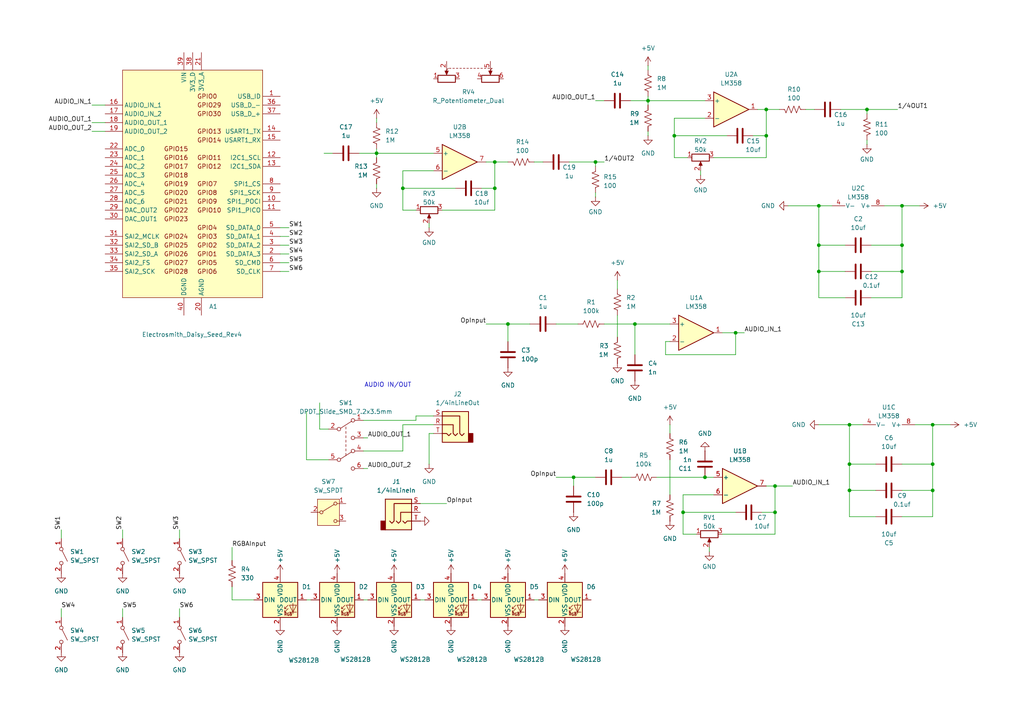
<source format=kicad_sch>
(kicad_sch (version 20231120) (generator "eeschema") (generator_version "8.0")
  (paper "A4")
  (title_block (title "JAFFXBoard") (date "2024-11-01") (rev "v1.0"))
  (lib_symbols
    (symbol "Amplifier_Operational:LM358" (pin_names (offset 0.127))
      (property "Reference" "U" (at 0 5.08 0))
      (property "Value" "LM358" (at 0 -5.08 0))
      (symbol "LM358_1_1"
        (pin output line (at 7.62 0 180) (length 2.54) (name "~") (number "1"))
        (pin input line (at -7.62 -2.54 0) (length 2.54) (name "-") (number "2"))
        (pin input line (at -7.62 2.54 0) (length 2.54) (name "+") (number "3"))
      )
      (symbol "LM358_2_1"
        (pin input line (at -7.62 2.54 0) (length 2.54) (name "+") (number "5"))
        (pin input line (at -7.62 -2.54 0) (length 2.54) (name "-") (number "6"))
        (pin output line (at 7.62 0 180) (length 2.54) (name "~") (number "7"))
      )
      (symbol "LM358_3_1"
        (pin power_in line (at -2.54 -7.62 90) (length 3.81) (name "V-") (number "4"))
        (pin power_in line (at -2.54 7.62 270) (length 3.81) (name "V+") (number "8"))
      )
    )
    (symbol "Connector_Audio:AudioJack3"
      (property "Reference" "J" (at 0 8.89 0))
      (property "Value" "AudioJack3" (at 0 6.35 0))
      (symbol "AudioJack3_1_1"
        (pin passive line (at 5.08 0 180) (length 2.54) (name "~") (number "R"))
        (pin passive line (at 5.08 2.54 180) (length 2.54) (name "~") (number "S"))
        (pin passive line (at 5.08 -2.54 180) (length 2.54) (name "~") (number "T"))
      )
    )
    (symbol "Device:C" (pin_numbers hide) (pin_names (offset 0.254))
      (property "Reference" "C" (at 0.635 2.54 0))
      (property "Value" "C" (at 0.635 -2.54 0))
      (symbol "C_1_1"
        (pin passive line (at 0 3.81 270) (length 2.794) (name "~") (number "1"))
        (pin passive line (at 0 -3.81 90) (length 2.794) (name "~") (number "2"))
      )
    )
    (symbol "Device:R_Potentiometer" (pin_names (offset 1.016) hide)
      (property "Reference" "RV" (at -4.445 0 90))
      (property "Value" "R_Potentiometer" (at -2.54 0 90))
      (symbol "R_Potentiometer_1_1"
        (pin passive line (at 0 3.81 270) (length 1.27) (name "1") (number "1"))
        (pin passive line (at 3.81 0 180) (length 1.27) (name "2") (number "2"))
        (pin passive line (at 0 -3.81 90) (length 1.27) (name "3") (number "3"))
      )
    )
    (symbol "Device:R_Potentiometer_Dual" (pin_names (offset 1.016) hide)
      (property "Reference" "RV" (at 0 3.81 0))
      (property "Value" "R_Potentiometer_Dual" (at 0 1.905 0))
      (symbol "R_Potentiometer_Dual_1_1"
        (pin passive line (at -10.16 -2.54 0) (length 1.27) (name "1") (number "1"))
        (pin passive line (at -6.35 2.54 270) (length 2.54) (name "2") (number "2"))
        (pin passive line (at -2.54 -2.54 180) (length 1.27) (name "3") (number "3"))
        (pin passive line (at 2.54 -2.54 0) (length 1.27) (name "4") (number "4"))
        (pin passive line (at 6.35 2.54 270) (length 2.54) (name "5") (number "5"))
        (pin passive line (at 10.16 -2.54 180) (length 1.27) (name "6") (number "6"))
      )
    )
    (symbol "Device:R_US" (pin_numbers hide) (pin_names (offset 0))
      (property "Reference" "R" (at 2.54 0 90))
      (property "Value" "R_US" (at -2.54 0 90))
      (symbol "R_US_1_1"
        (pin passive line (at 0 3.81 270) (length 1.27) (name "~") (number "1"))
        (pin passive line (at 0 -3.81 90) (length 1.27) (name "~") (number "2"))
      )
    )
    (symbol "MCU_Module:Electrosmith_Daisy_Seed_Rev4"
      (property "Reference" "A" (at -20.32 34.29 0))
      (property "Value" "Electrosmith_Daisy_Seed_Rev4" (at 33.02 34.29 0))
      (symbol "Electrosmith_Daisy_Seed_Rev4_0_0"
        (text "GPIO0" (at 1.27 25.4 0) (effects (font (size 1.27 1.27)) (justify left)))
        (text "GPIO1" (at 1.27 -20.32 0) (effects (font (size 1.27 1.27)) (justify left)))
        (text "GPIO10" (at 1.27 -7.62 0) (effects (font (size 1.27 1.27)) (justify left)))
        (text "GPIO11" (at 1.27 7.62 0) (effects (font (size 1.27 1.27)) (justify left)))
        (text "GPIO12" (at 1.27 5.08 0) (effects (font (size 1.27 1.27)) (justify left)))
        (text "GPIO13" (at 1.27 15.24 0) (effects (font (size 1.27 1.27)) (justify left)))
        (text "GPIO14" (at 1.27 12.7 0) (effects (font (size 1.27 1.27)) (justify left)))
        (text "GPIO15" (at -1.27 10.16 0) (effects (font (size 1.27 1.27)) (justify right)))
        (text "GPIO16" (at -1.27 7.62 0) (effects (font (size 1.27 1.27)) (justify right)))
        (text "GPIO17" (at -1.27 5.08 0) (effects (font (size 1.27 1.27)) (justify right)))
        (text "GPIO18" (at -1.27 2.54 0) (effects (font (size 1.27 1.27)) (justify right)))
        (text "GPIO19" (at -1.27 0 0) (effects (font (size 1.27 1.27)) (justify right)))
        (text "GPIO2" (at 1.27 -17.78 0) (effects (font (size 1.27 1.27)) (justify left)))
        (text "GPIO20" (at -1.27 -2.54 0) (effects (font (size 1.27 1.27)) (justify right)))
        (text "GPIO21" (at -1.27 -5.08 0) (effects (font (size 1.27 1.27)) (justify right)))
        (text "GPIO22" (at -1.27 -7.62 0) (effects (font (size 1.27 1.27)) (justify right)))
        (text "GPIO23" (at -1.27 -10.16 0) (effects (font (size 1.27 1.27)) (justify right)))
        (text "GPIO24" (at -1.27 -15.24 0) (effects (font (size 1.27 1.27)) (justify right)))
        (text "GPIO25" (at -1.27 -17.78 0) (effects (font (size 1.27 1.27)) (justify right)))
        (text "GPIO26" (at -1.27 -20.32 0) (effects (font (size 1.27 1.27)) (justify right)))
        (text "GPIO27" (at -1.27 -22.86 0) (effects (font (size 1.27 1.27)) (justify right)))
        (text "GPIO28" (at -1.27 -25.4 0) (effects (font (size 1.27 1.27)) (justify right)))
        (text "GPIO29" (at 1.27 22.86 0) (effects (font (size 1.27 1.27)) (justify left)))
        (text "GPIO3" (at 1.27 -15.24 0) (effects (font (size 1.27 1.27)) (justify left)))
        (text "GPIO30" (at 1.27 20.32 0) (effects (font (size 1.27 1.27)) (justify left)))
        (text "GPIO4" (at 1.27 -12.7 0) (effects (font (size 1.27 1.27)) (justify left)))
        (text "GPIO5" (at 1.27 -22.86 0) (effects (font (size 1.27 1.27)) (justify left)))
        (text "GPIO6" (at 1.27 -25.4 0) (effects (font (size 1.27 1.27)) (justify left)))
        (text "GPIO7" (at 1.27 0 0) (effects (font (size 1.27 1.27)) (justify left)))
        (text "GPIO8" (at 1.27 -2.54 0) (effects (font (size 1.27 1.27)) (justify left)))
        (text "GPIO9" (at 1.27 -5.08 0) (effects (font (size 1.27 1.27)) (justify left)))
        (pin bidirectional line (at 25.4 25.4 180) (length 5.08) (name "USB_ID") (number "1"))
        (pin bidirectional line (at 25.4 -5.08 180) (length 5.08) (name "SPI1_POCI") (number "10"))
        (pin bidirectional line (at 25.4 -7.62 180) (length 5.08) (name "SPI1_PICO") (number "11"))
        (pin bidirectional line (at 25.4 7.62 180) (length 5.08) (name "I2C1_SCL") (number "12"))
        (pin bidirectional line (at 25.4 5.08 180) (length 5.08) (name "I2C1_SDA") (number "13"))
        (pin bidirectional line (at 25.4 15.24 180) (length 5.08) (name "USART1_TX") (number "14"))
        (pin bidirectional line (at 25.4 12.7 180) (length 5.08) (name "USART1_RX") (number "15"))
        (pin input line (at -25.4 22.86 0) (length 5.08) (name "AUDIO_IN_1") (number "16"))
        (pin input line (at -25.4 20.32 0) (length 5.08) (name "AUDIO_IN_2") (number "17"))
        (pin output line (at -25.4 17.78 0) (length 5.08) (name "AUDIO_OUT_1") (number "18"))
        (pin output line (at -25.4 15.24 0) (length 5.08) (name "AUDIO_OUT_2") (number "19"))
        (pin bidirectional line (at 25.4 -20.32 180) (length 5.08) (name "SD_DATA_3") (number "2"))
        (pin power_in line (at 2.54 -38.1 90) (length 5.08) (name "AGND") (number "20"))
        (pin power_out line (at 2.54 38.1 270) (length 5.08) (name "3V3_A") (number "21"))
        (pin bidirectional line (at -25.4 10.16 0) (length 5.08) (name "ADC_0") (number "22"))
        (pin bidirectional line (at -25.4 7.62 0) (length 5.08) (name "ADC_1") (number "23"))
        (pin bidirectional line (at -25.4 5.08 0) (length 5.08) (name "ADC_2") (number "24"))
        (pin bidirectional line (at -25.4 2.54 0) (length 5.08) (name "ADC_3") (number "25"))
        (pin bidirectional line (at -25.4 0 0) (length 5.08) (name "ADC_4") (number "26"))
        (pin bidirectional line (at -25.4 -2.54 0) (length 5.08) (name "ADC_5") (number "27"))
        (pin bidirectional line (at -25.4 -5.08 0) (length 5.08) (name "ADC_6") (number "28"))
        (pin bidirectional line (at -25.4 -7.62 0) (length 5.08) (name "DAC_OUT2") (number "29"))
        (pin bidirectional line (at 25.4 -17.78 180) (length 5.08) (name "SD_DATA_2") (number "3"))
        (pin bidirectional line (at -25.4 -10.16 0) (length 5.08) (name "DAC_OUT1") (number "30"))
        (pin bidirectional line (at -25.4 -15.24 0) (length 5.08) (name "SAI2_MCLK") (number "31"))
        (pin bidirectional line (at -25.4 -17.78 0) (length 5.08) (name "SAI2_SD_B") (number "32"))
        (pin bidirectional line (at -25.4 -20.32 0) (length 5.08) (name "SAI2_SD_A") (number "33"))
        (pin bidirectional line (at -25.4 -22.86 0) (length 5.08) (name "SAI2_FS") (number "34"))
        (pin bidirectional line (at -25.4 -25.4 0) (length 5.08) (name "SAI2_SCK") (number "35"))
        (pin bidirectional line (at 25.4 22.86 180) (length 5.08) (name "USB_D_-") (number "36"))
        (pin bidirectional line (at 25.4 20.32 180) (length 5.08) (name "USB_D_+") (number "37"))
        (pin power_out line (at 0 38.1 270) (length 5.08) (name "3V3_D") (number "38"))
        (pin power_in line (at -2.54 38.1 270) (length 5.08) (name "VIN") (number "39"))
        (pin bidirectional line (at 25.4 -15.24 180) (length 5.08) (name "SD_DATA_1") (number "4"))
        (pin power_in line (at -2.54 -38.1 90) (length 5.08) (name "DGND") (number "40"))
        (pin bidirectional line (at 25.4 -12.7 180) (length 5.08) (name "SD_DATA_0") (number "5"))
        (pin bidirectional line (at 25.4 -22.86 180) (length 5.08) (name "SD_CMD") (number "6"))
        (pin bidirectional line (at 25.4 -25.4 180) (length 5.08) (name "SD_CLK") (number "7"))
        (pin bidirectional line (at 25.4 0 180) (length 5.08) (name "SPI1_CS") (number "8"))
        (pin bidirectional line (at 25.4 -2.54 180) (length 5.08) (name "SPI1_SCK") (number "9"))
      )
    )
    (symbol "SparkFun-LED:WS2812B_2020" (pin_names (offset 0.254))
      (property "Reference" "D" (at -5.08 6.35 0))
      (property "Value" "WS2812B" (at 5.08 -6.35 0))
      (symbol "WS2812B_2020_0_0"
        (text "RGB" (at 2.286 -4.191 0) (effects (font (size 0.762 0.762))))
      )
      (symbol "WS2812B_2020_1_1"
        (pin output line (at 7.62 0 180) (length 2.54) (name "DOUT") (number "1"))
        (pin power_in line (at 0 -7.62 90) (length 2.54) (name "VSS") (number "2"))
        (pin input line (at -7.62 0 0) (length 2.54) (name "DIN") (number "3"))
        (pin power_in line (at 0 7.62 270) (length 2.54) (name "VDD") (number "4"))
      )
    )
    (symbol "SparkFun-Switch:DPDT_Slide_SMD_7.2x3.5mm" (pin_names (offset 0) hide)
      (property "Reference" "SW" (at 0 4.318 0))
      (property "Value" "DPDT_Slide_SMD_7.2x3.5mm" (at 0 -13.97 0))
      (symbol "DPDT_Slide_SMD_7.2x3.5mm_1_1"
        (pin passive line (at 5.08 2.54 180) (length 2.54) (name "A") (number "1"))
        (pin passive line (at -5.08 0 0) (length 2.54) (name "B") (number "2"))
        (pin passive line (at 5.08 -2.54 180) (length 2.54) (name "C") (number "3"))
        (pin passive line (at 5.08 -6.35 180) (length 2.54) (name "A") (number "4"))
        (pin passive line (at -5.08 -8.89 0) (length 2.54) (name "B") (number "5"))
        (pin passive line (at 5.08 -11.43 180) (length 2.54) (name "C") (number "6"))
      )
    )
    (symbol "Switch:SW_SPDT" (pin_names (offset 0) hide)
      (property "Reference" "SW" (at 0 5.08 0))
      (property "Value" "SW_SPDT" (at 0 -5.08 0))
      (symbol "SW_SPDT_1_1"
        (pin passive line (at 5.08 2.54 180) (length 2.54) (name "A") (number "1"))
        (pin passive line (at -5.08 0 0) (length 2.54) (name "B") (number "2"))
        (pin passive line (at 5.08 -2.54 180) (length 2.54) (name "C") (number "3"))
      )
    )
    (symbol "Switch:SW_SPST" (pin_names (offset 0) hide)
      (property "Reference" "SW" (at 0 3.175 0))
      (property "Value" "SW_SPST" (at 0 -2.54 0))
      (symbol "SW_SPST_1_1"
        (pin passive line (at -5.08 0 0) (length 2.54) (name "A") (number "1"))
        (pin passive line (at 5.08 0 180) (length 2.54) (name "B") (number "2"))
      )
    )
    (symbol "power:+5V" (power) (pin_numbers hide) (pin_names (offset 0) hide)
      (property "Value" "+5V" (at 0 3.556 0))
      (symbol "+5V_1_1"
        (pin power_in line (at 0 0 90) (length 0) (name "~") (number "1"))
      )
    )
    (symbol "power:GND" (power) (pin_numbers hide) (pin_names (offset 0) hide)
      (property "Value" "GND" (at 0 -3.81 0))
      (symbol "GND_1_1"
        (pin power_in line (at 0 0 270) (length 0) (name "~") (number "1"))
      )
    )
  )
  (junction (at 246.38 134.62))
  (junction (at 184.15 93.98))
  (junction (at 224.79 148.59))
  (junction (at 224.79 140.97))
  (junction (at 270.51 142.24))
  (junction (at 116.84 54.61))
  (junction (at 237.49 78.74))
  (junction (at 261.62 78.74))
  (junction (at 270.51 123.19))
  (junction (at 213.36 96.52))
  (junction (at 204.47 138.43))
  (junction (at 237.49 71.12))
  (junction (at 109.22 44.45))
  (junction (at 222.25 31.75))
  (junction (at 172.72 46.99))
  (junction (at 246.38 123.19))
  (junction (at 198.12 148.59))
  (junction (at 251.46 31.75))
  (junction (at 261.62 59.69))
  (junction (at 270.51 134.62))
  (junction (at 222.25 39.37))
  (junction (at 195.58 39.37))
  (junction (at 237.49 59.69))
  (junction (at 166.37 138.43))
  (junction (at 187.96 29.21))
  (junction (at 261.62 71.12))
  (junction (at 147.32 93.98))
  (junction (at 246.38 142.24))
  (junction (at 143.51 46.99))
  (junction (at 143.51 54.61))
  (wire (pts (xy 198.12 154.94) (xy 201.93 154.94)))
  (wire (pts (xy 261.62 59.69) (xy 261.62 71.12)))
  (wire (pts (xy 67.31 173.99) (xy 73.66 173.99)))
  (wire (pts (xy 90.17 173.99) (xy 88.9 173.99)))
  (wire (pts (xy 123.19 173.99) (xy 121.92 173.99)))
  (wire (pts (xy 179.07 91.44) (xy 179.07 97.79)))
  (wire (pts (xy 236.22 31.75) (xy 233.68 31.75)))
  (wire (pts (xy 172.72 48.26) (xy 172.72 46.99)))
  (wire (pts (xy 226.06 31.75) (xy 222.25 31.75)))
  (wire (pts (xy 193.04 102.87) (xy 213.36 102.87)))
  (wire (pts (xy 256.54 59.69) (xy 261.62 59.69)))
  (wire (pts (xy 116.84 60.96) (xy 120.65 60.96)))
  (wire (pts (xy 254 149.86) (xy 246.38 149.86)))
  (wire (pts (xy 224.79 140.97) (xy 229.87 140.97)))
  (wire (pts (xy 252.73 71.12) (xy 261.62 71.12)))
  (wire (pts (xy 179.07 81.28) (xy 179.07 83.82)))
  (wire (pts (xy 116.84 54.61) (xy 116.84 60.96)))
  (wire (pts (xy 237.49 86.36) (xy 237.49 78.74)))
  (wire (pts (xy 252.73 86.36) (xy 261.62 86.36)))
  (wire (pts (xy 195.58 39.37) (xy 195.58 45.72)))
  (wire (pts (xy 187.96 29.21) (xy 187.96 30.48)))
  (wire (pts (xy 166.37 140.97) (xy 166.37 138.43)))
  (wire (pts (xy 109.22 44.45) (xy 109.22 45.72)))
  (wire (pts (xy 265.43 123.19) (xy 270.51 123.19)))
  (wire (pts (xy 194.31 133.35) (xy 194.31 143.51)))
  (wire (pts (xy 116.84 54.61) (xy 132.08 54.61)))
  (wire (pts (xy 251.46 41.91) (xy 251.46 40.64)))
  (wire (pts (xy 251.46 31.75) (xy 243.84 31.75)))
  (wire (pts (xy 26.67 38.1) (xy 30.48 38.1)))
  (wire (pts (xy 128.27 60.96) (xy 143.51 60.96)))
  (wire (pts (xy 195.58 45.72) (xy 199.39 45.72)))
  (wire (pts (xy 120.65 121.92) (xy 105.41 121.92)))
  (wire (pts (xy 120.65 120.65) (xy 120.65 121.92)))
  (wire (pts (xy 187.96 29.21) (xy 204.47 29.21)))
  (wire (pts (xy 17.78 153.67) (xy 17.78 156.21)))
  (wire (pts (xy 182.88 29.21) (xy 187.96 29.21)))
  (wire (pts (xy 237.49 59.69) (xy 237.49 71.12)))
  (wire (pts (xy 147.32 93.98) (xy 147.32 99.06)))
  (wire (pts (xy 83.82 66.04) (xy 81.28 66.04)))
  (wire (pts (xy 246.38 134.62) (xy 254 134.62)))
  (wire (pts (xy 246.38 142.24) (xy 254 142.24)))
  (wire (pts (xy 194.31 123.19) (xy 194.31 125.73)))
  (wire (pts (xy 224.79 148.59) (xy 224.79 154.94)))
  (wire (pts (xy 224.79 140.97) (xy 224.79 148.59)))
  (wire (pts (xy 147.32 93.98) (xy 153.67 93.98)))
  (wire (pts (xy 261.62 134.62) (xy 270.51 134.62)))
  (wire (pts (xy 106.68 127) (xy 105.41 127)))
  (wire (pts (xy 166.37 138.43) (xy 172.72 138.43)))
  (wire (pts (xy 52.07 176.53) (xy 52.07 179.07)))
  (wire (pts (xy 252.73 78.74) (xy 261.62 78.74)))
  (wire (pts (xy 67.31 158.75) (xy 67.31 162.56)))
  (wire (pts (xy 209.55 154.94) (xy 224.79 154.94)))
  (wire (pts (xy 209.55 96.52) (xy 213.36 96.52)))
  (wire (pts (xy 175.26 46.99) (xy 172.72 46.99)))
  (wire (pts (xy 81.28 78.74) (xy 83.82 78.74)))
  (wire (pts (xy 124.46 66.04) (xy 124.46 64.77)))
  (wire (pts (xy 204.47 138.43) (xy 207.01 138.43)))
  (wire (pts (xy 261.62 142.24) (xy 270.51 142.24)))
  (wire (pts (xy 121.92 146.05) (xy 129.54 146.05)))
  (wire (pts (xy 261.62 86.36) (xy 261.62 78.74)))
  (wire (pts (xy 81.28 73.66) (xy 83.82 73.66)))
  (wire (pts (xy 218.44 39.37) (xy 222.25 39.37)))
  (wire (pts (xy 26.67 30.48) (xy 30.48 30.48)))
  (wire (pts (xy 194.31 99.06) (xy 193.04 99.06)))
  (wire (pts (xy 139.7 54.61) (xy 143.51 54.61)))
  (wire (pts (xy 81.28 76.2) (xy 83.82 76.2)))
  (wire (pts (xy 198.12 148.59) (xy 213.36 148.59)))
  (wire (pts (xy 184.15 93.98) (xy 184.15 102.87)))
  (wire (pts (xy 195.58 34.29) (xy 195.58 39.37)))
  (wire (pts (xy 251.46 33.02) (xy 251.46 31.75)))
  (wire (pts (xy 205.74 160.02) (xy 205.74 158.75)))
  (wire (pts (xy 237.49 71.12) (xy 245.11 71.12)))
  (wire (pts (xy 187.96 19.05) (xy 187.96 20.32)))
  (wire (pts (xy 93.98 44.45) (xy 96.52 44.45)))
  (wire (pts (xy 175.26 93.98) (xy 184.15 93.98)))
  (wire (pts (xy 270.51 142.24) (xy 270.51 134.62)))
  (wire (pts (xy 88.9 119.38) (xy 88.9 133.35)))
  (wire (pts (xy 193.04 99.06) (xy 193.04 102.87)))
  (wire (pts (xy 187.96 27.94) (xy 187.96 29.21)))
  (wire (pts (xy 105.41 130.81) (xy 116.84 130.81)))
  (wire (pts (xy 260.35 31.75) (xy 251.46 31.75)))
  (wire (pts (xy 109.22 54.61) (xy 109.22 53.34)))
  (wire (pts (xy 109.22 44.45) (xy 125.73 44.45)))
  (wire (pts (xy 198.12 143.51) (xy 198.12 148.59)))
  (wire (pts (xy 224.79 140.97) (xy 222.25 140.97)))
  (wire (pts (xy 81.28 71.12) (xy 83.82 71.12)))
  (wire (pts (xy 261.62 78.74) (xy 261.62 71.12)))
  (wire (pts (xy 172.72 57.15) (xy 172.72 55.88)))
  (wire (pts (xy 190.5 138.43) (xy 204.47 138.43)))
  (wire (pts (xy 109.22 43.18) (xy 109.22 44.45)))
  (wire (pts (xy 143.51 54.61) (xy 143.51 60.96)))
  (wire (pts (xy 35.56 153.67) (xy 35.56 156.21)))
  (wire (pts (xy 35.56 176.53) (xy 35.56 179.07)))
  (wire (pts (xy 195.58 39.37) (xy 210.82 39.37)))
  (wire (pts (xy 147.32 46.99) (xy 143.51 46.99)))
  (wire (pts (xy 92.71 124.46) (xy 95.25 124.46)))
  (wire (pts (xy 81.28 68.58) (xy 83.82 68.58)))
  (wire (pts (xy 124.46 125.73) (xy 125.73 125.73)))
  (wire (pts (xy 246.38 142.24) (xy 246.38 134.62)))
  (wire (pts (xy 250.19 123.19) (xy 246.38 123.19)))
  (wire (pts (xy 204.47 34.29) (xy 195.58 34.29)))
  (wire (pts (xy 172.72 46.99) (xy 165.1 46.99)))
  (wire (pts (xy 237.49 78.74) (xy 245.11 78.74)))
  (wire (pts (xy 187.96 39.37) (xy 187.96 38.1)))
  (wire (pts (xy 109.22 34.29) (xy 109.22 35.56)))
  (wire (pts (xy 106.68 173.99) (xy 105.41 173.99)))
  (wire (pts (xy 270.51 123.19) (xy 270.51 134.62)))
  (wire (pts (xy 125.73 49.53) (xy 116.84 49.53)))
  (wire (pts (xy 143.51 46.99) (xy 143.51 54.61)))
  (wire (pts (xy 237.49 123.19) (xy 246.38 123.19)))
  (wire (pts (xy 161.29 138.43) (xy 166.37 138.43)))
  (wire (pts (xy 237.49 78.74) (xy 237.49 71.12)))
  (wire (pts (xy 140.97 93.98) (xy 147.32 93.98)))
  (wire (pts (xy 17.78 176.53) (xy 17.78 179.07)))
  (wire (pts (xy 241.3 59.69) (xy 237.49 59.69)))
  (wire (pts (xy 270.51 149.86) (xy 270.51 142.24)))
  (wire (pts (xy 245.11 86.36) (xy 237.49 86.36)))
  (wire (pts (xy 172.72 29.21) (xy 175.26 29.21)))
  (wire (pts (xy 124.46 134.62) (xy 124.46 125.73)))
  (wire (pts (xy 222.25 31.75) (xy 222.25 39.37)))
  (wire (pts (xy 198.12 148.59) (xy 198.12 154.94)))
  (wire (pts (xy 220.98 148.59) (xy 224.79 148.59)))
  (wire (pts (xy 104.14 44.45) (xy 109.22 44.45)))
  (wire (pts (xy 143.51 46.99) (xy 140.97 46.99)))
  (wire (pts (xy 184.15 93.98) (xy 194.31 93.98)))
  (wire (pts (xy 203.2 50.8) (xy 203.2 49.53)))
  (wire (pts (xy 222.25 31.75) (xy 219.71 31.75)))
  (wire (pts (xy 116.84 49.53) (xy 116.84 54.61)))
  (wire (pts (xy 261.62 149.86) (xy 270.51 149.86)))
  (wire (pts (xy 213.36 102.87) (xy 213.36 96.52)))
  (wire (pts (xy 106.68 135.89) (xy 105.41 135.89)))
  (wire (pts (xy 52.07 153.67) (xy 52.07 156.21)))
  (wire (pts (xy 213.36 96.52) (xy 215.9 96.52)))
  (wire (pts (xy 207.01 45.72) (xy 222.25 45.72)))
  (wire (pts (xy 139.7 173.99) (xy 138.43 173.99)))
  (wire (pts (xy 246.38 123.19) (xy 246.38 134.62)))
  (wire (pts (xy 228.6 59.69) (xy 237.49 59.69)))
  (wire (pts (xy 261.62 59.69) (xy 266.7 59.69)))
  (wire (pts (xy 88.9 133.35) (xy 95.25 133.35)))
  (wire (pts (xy 26.67 35.56) (xy 30.48 35.56)))
  (wire (pts (xy 270.51 123.19) (xy 275.59 123.19)))
  (wire (pts (xy 246.38 149.86) (xy 246.38 142.24)))
  (wire (pts (xy 67.31 170.18) (xy 67.31 173.99)))
  (wire (pts (xy 207.01 143.51) (xy 198.12 143.51)))
  (wire (pts (xy 157.48 46.99) (xy 154.94 46.99)))
  (wire (pts (xy 161.29 93.98) (xy 167.64 93.98)))
  (wire (pts (xy 116.84 130.81) (xy 116.84 123.19)))
  (wire (pts (xy 222.25 39.37) (xy 222.25 45.72)))
  (wire (pts (xy 116.84 123.19) (xy 125.73 123.19)))
  (wire (pts (xy 156.21 173.99) (xy 154.94 173.99)))
  (wire (pts (xy 92.71 116.84) (xy 92.71 124.46)))
  (wire (pts (xy 180.34 138.43) (xy 182.88 138.43)))
  (wire (pts (xy 120.65 120.65) (xy 125.73 120.65)))
  (text "AUDIO IN/OUT" (at 112.522 111.76 0) (effects (font (size 1.27 1.27))))
  (label "OpInput" (at 129.54 146.05 0))
  (label "AUDIO_OUT_2" (at 26.67 38.1 180))
  (label "SW5" (at 35.56 176.53 0))
  (label "1{slash}4OUT2" (at 175.26 46.99 0))
  (label "SW6" (at 83.82 78.74 0))
  (label "SW6" (at 52.07 176.53 0))
  (label "SW3" (at 83.82 71.12 0))
  (label "OpInput" (at 161.29 138.43 180))
  (label "SW2" (at 35.56 153.67 90))
  (label "SW2" (at 83.82 68.58 0))
  (label "AUDIO_OUT_1" (at 172.72 29.21 180))
  (label "AUDIO_IN_1" (at 215.9 96.52 0))
  (label "1{slash}4OUT1" (at 260.35 31.75 0))
  (label "SW3" (at 52.07 153.67 90))
  (label "AUDIO_OUT_1" (at 26.67 35.56 180))
  (label "AUDIO_OUT_1" (at 106.68 127 0))
  (label "SW1" (at 83.82 66.04 0))
  (label "SW4" (at 17.78 176.53 0))
  (label "AUDIO_IN_1" (at 26.67 30.48 180))
  (label "SW4" (at 83.82 73.66 0))
  (label "AUDIO_IN_1" (at 229.87 140.97 0))
  (label "SW1" (at 17.78 153.67 90))
  (label "RGBAInput" (at 67.31 158.75 0))
  (label "AUDIO_OUT_2" (at 106.68 135.89 0))
  (label "SW5" (at 83.82 76.2 0))
  (label "OpInput" (at 140.97 93.98 180))
  (symbol (lib_id "Device:C") (at 157.48 93.98 90) (unit 1)
    (property "Reference" "C1" (at 157.48 86.36 90))
    (property "Value" "1u" (at 157.48 88.9 90))
    (property "Description" "Unpolarized capacitor" (effects (hide yes)))
  )
  (symbol (lib_id "Device:C") (at 161.29 46.99 270) (mirror x) (unit 1)
    (property "Reference" "C19" (at 165.1 48.514 90))
    (property "Value" "1u" (at 165.1 51.054 90))
    (property "Description" "Unpolarized capacitor" (effects (hide yes)))
  )
  (symbol (lib_id "power:GND") (at 237.49 123.19 270) (mirror x) (unit 1)
    (property "Reference" "#PWR014" (effects (hide yes)))
    (property "Value" "GND" (at 233.68 123.1899 90) (effects (justify right)))
    (property "Description" "Power symbol creates a global label with name \"GND\" , ground" (effects (hide yes)))
  )
  (symbol (lib_id "power:GND") (at 147.32 106.68 0) (mirror y) (unit 1)
    (property "Reference" "#PWR05" (effects (hide yes)))
    (property "Value" "GND" (at 147.32 111.76 0))
    (property "Description" "Power symbol creates a global label with name \"GND\" , ground" (effects (hide yes)))
  )
  (symbol (lib_id "Device:C") (at 214.63 39.37 270) (mirror x) (unit 1)
    (property "Reference" "C15" (at 218.44 40.894 90))
    (property "Value" "10uf" (at 218.44 43.434 90))
    (property "Description" "Unpolarized capacitor" (effects (hide yes)))
  )
  (symbol (lib_id "MCU_Module:Electrosmith_Daisy_Seed_Rev4") (at 55.88 53.34 0) (unit 1)
    (property "Reference" "A1" (at 60.6141 88.9 0) (effects (justify left)))
    (property "Value" "Electrosmith_Daisy_Seed_Rev4" (at 41.148 97.028 0) (effects (justify left)))
    (property "Footprint" "Module:Electrosmith_Daisy_Seed" (effects (hide yes)))
    (property "Datasheet" "https://static1.squarespace.com/static/58d03fdc1b10e3bf442567b8/t/6227e6236f02fb68d1577146/1646781988478/Daisy_Seed_datasheet_v1.0.3.pdf" (effects (hide yes)))
    (property "Description" "Daisy is an embedded platform for music." (effects (hide yes)))
  )
  (symbol (lib_id "Switch:SW_SPST") (at 17.78 161.29 270) (unit 1)
    (property "Reference" "SW1" (at 20.32 160.0199 90) (effects (justify left)))
    (property "Value" "SW_SPST" (at 20.32 162.5599 90) (effects (justify left)))
    (property "Description" "Single Pole Single Throw (SPST) switch" (effects (hide yes)))
  )
  (symbol (lib_id "power:GND") (at 114.3 181.61 0) (mirror y) (unit 1)
    (property "Reference" "#PWR018" (effects (hide yes)))
    (property "Value" "GND" (at 114.3001 185.42 90) (effects (justify right)))
    (property "Description" "Power symbol creates a global label with name \"GND\" , ground" (effects (hide yes)))
  )
  (symbol (lib_id "power:+5V") (at 194.31 123.19 0) (unit 1)
    (property "Reference" "#PWR030" (effects (hide yes)))
    (property "Value" "+5V" (at 194.31 118.11 0))
    (property "Description" "Power symbol creates a global label with name \"+5V\"" (effects (hide yes)))
  )
  (symbol (lib_id "power:GND") (at 163.83 181.61 0) (mirror y) (unit 1)
    (property "Reference" "#PWR026" (effects (hide yes)))
    (property "Value" "GND" (at 163.8301 185.42 90) (effects (justify right)))
    (property "Description" "Power symbol creates a global label with name \"GND\" , ground" (effects (hide yes)))
  )
  (symbol (lib_id "power:+5V") (at 187.96 19.05 0) (unit 1)
    (property "Reference" "#PWR032" (effects (hide yes)))
    (property "Value" "+5V" (at 187.96 13.97 0))
    (property "Description" "Power symbol creates a global label with name \"+5V\"" (effects (hide yes)))
  )
  (symbol (lib_id "Device:R_US") (at 194.31 129.54 180) (unit 1)
    (property "Reference" "R6" (at 196.85 128.2699 0) (effects (justify right)))
    (property "Value" "1M" (at 196.85 130.8099 0) (effects (justify right)))
    (property "Description" "Resistor, US symbol" (effects (hide yes)))
  )
  (symbol (lib_id "Amplifier_Operational:LM358") (at 214.63 140.97 0) (unit 2)
    (property "Reference" "U1" (at 214.63 130.81 0))
    (property "Value" "LM358" (at 214.63 133.35 0))
    (property "Datasheet" "http://www.ti.com/lit/ds/symlink/lm2904-n.pdf" (effects (hide yes)))
    (property "Description" "Low-Power, Dual Operational Amplifiers, DIP-8/SOIC-8/TO-99-8" (effects (hide yes)))
  )
  (symbol (lib_id "Device:R_US") (at 151.13 46.99 90) (mirror x) (unit 1)
    (property "Reference" "R14" (at 149.606 41.148 90) (effects (justify right)))
    (property "Value" "100" (at 149.606 43.688 90) (effects (justify right)))
    (property "Description" "Resistor, US symbol" (effects (hide yes)))
  )
  (symbol (lib_id "Device:R_US") (at 67.31 166.37 180) (unit 1)
    (property "Reference" "R4" (at 69.85 165.0999 0) (effects (justify right)))
    (property "Value" "330" (at 69.85 167.6399 0) (effects (justify right)))
    (property "Description" "Resistor, US symbol" (effects (hide yes)))
  )
  (symbol (lib_id "SparkFun-LED:WS2812B_2020") (at 81.28 173.99 0) (unit 1)
    (property "Reference" "D1" (at 88.9 170.2114 0))
    (property "Value" "WS2812B" (at 88.138 191.516 0))
    (property "Footprint" "SparkFun-LED:WS2812_2020" (effects (hide yes)))
    (property "Datasheet" "https://cdn.sparkfun.com/assets/e/1/0/f/b/WS2812C-2020_V1.2_EN_19112716191654.pdf" (effects (hide yes)))
    (property "Description" "RGB LED with integrated controller" (effects (hide yes)))
    (property "PROD_ID" "DIO-15591" (effects (hide yes)))
  )
  (symbol (lib_id "Connector_Audio:AudioJack3") (at 116.84 148.59 0) (unit 1)
    (property "Reference" "J1" (at 114.935 139.7 0))
    (property "Value" "1/4inLineIn" (at 114.935 142.24 0))
    (property "Description" "Audio Jack, 3 Poles (Stereo / TRS)" (effects (hide yes)))
  )
  (symbol (lib_id "Amplifier_Operational:LM358") (at 133.35 46.99 0) (unit 2)
    (property "Reference" "U2" (at 133.35 36.83 0))
    (property "Value" "LM358" (at 133.35 39.37 0))
    (property "Datasheet" "http://www.ti.com/lit/ds/symlink/lm2904-n.pdf" (effects (hide yes)))
    (property "Description" "Low-Power, Dual Operational Amplifiers, DIP-8/SOIC-8/TO-99-8" (effects (hide yes)))
  )
  (symbol (lib_id "Device:R_US") (at 172.72 52.07 0) (mirror y) (unit 1)
    (property "Reference" "R15" (at 175.006 51.308 0) (effects (justify right)))
    (property "Value" "100" (at 175.006 53.848 0) (effects (justify right)))
    (property "Description" "Resistor, US symbol" (effects (hide yes)))
  )
  (symbol (lib_id "power:+5V") (at 266.7 59.69 270) (unit 1)
    (property "Reference" "#PWR035" (effects (hide yes)))
    (property "Value" "+5V" (at 270.51 59.6899 90) (effects (justify left)))
    (property "Description" "Power symbol creates a global label with name \"+5V\"" (effects (hide yes)))
  )
  (symbol (lib_id "power:GND") (at 130.81 181.61 0) (mirror y) (unit 1)
    (property "Reference" "#PWR022" (effects (hide yes)))
    (property "Value" "GND" (at 130.8101 185.42 90) (effects (justify right)))
    (property "Description" "Power symbol creates a global label with name \"GND\" , ground" (effects (hide yes)))
  )
  (symbol (lib_id "Amplifier_Operational:LM358") (at 248.92 62.23 270) (unit 3)
    (property "Reference" "U2" (at 248.92 54.61 90))
    (property "Value" "LM358" (at 248.92 57.15 90))
    (property "Datasheet" "http://www.ti.com/lit/ds/symlink/lm2904-n.pdf" (effects (hide yes)))
    (property "Description" "Low-Power, Dual Operational Amplifiers, DIP-8/SOIC-8/TO-99-8" (effects (hide yes)))
  )
  (symbol (lib_id "power:GND") (at 17.78 166.37 0) (mirror y) (unit 1)
    (property "Reference" "#PWR07" (effects (hide yes)))
    (property "Value" "GND" (at 17.78 171.45 0))
    (property "Description" "Power symbol creates a global label with name \"GND\" , ground" (effects (hide yes)))
  )
  (symbol (lib_id "Device:C") (at 147.32 102.87 180) (unit 1)
    (property "Reference" "C3" (at 151.13 101.5999 0) (effects (justify right)))
    (property "Value" "100p" (at 151.13 104.1399 0) (effects (justify right)))
    (property "Description" "Unpolarized capacitor" (effects (hide yes)))
  )
  (symbol (lib_id "Device:R_US") (at 229.87 31.75 90) (mirror x) (unit 1)
    (property "Reference" "R10" (at 228.346 25.908 90) (effects (justify right)))
    (property "Value" "100" (at 228.346 28.448 90) (effects (justify right)))
    (property "Description" "Resistor, US symbol" (effects (hide yes)))
  )
  (symbol (lib_id "Device:C") (at 184.15 106.68 180) (unit 1)
    (property "Reference" "C4" (at 187.96 105.4099 0) (effects (justify right)))
    (property "Value" "1n" (at 187.96 107.9499 0) (effects (justify right)))
    (property "Description" "Unpolarized capacitor" (effects (hide yes)))
  )
  (symbol (lib_id "Device:R_US") (at 187.96 24.13 180) (unit 1)
    (property "Reference" "R8" (at 190.5 22.8599 0) (effects (justify right)))
    (property "Value" "1M" (at 190.5 25.3999 0) (effects (justify right)))
    (property "Description" "Resistor, US symbol" (effects (hide yes)))
  )
  (symbol (lib_id "power:GND") (at 187.96 39.37 0) (mirror y) (unit 1)
    (property "Reference" "#PWR033" (effects (hide yes)))
    (property "Value" "GND" (at 187.96 44.45 0))
    (property "Description" "Power symbol creates a global label with name \"GND\" , ground" (effects (hide yes)))
  )
  (symbol (lib_id "Device:C") (at 257.81 149.86 90) (mirror x) (unit 1)
    (property "Reference" "C5" (at 257.81 157.48 90))
    (property "Value" "10uf" (at 257.81 154.94 90))
    (property "Description" "Unpolarized capacitor" (effects (hide yes)))
  )
  (symbol (lib_id "power:GND") (at 194.31 151.13 0) (mirror y) (unit 1)
    (property "Reference" "#PWR029" (effects (hide yes)))
    (property "Value" "GND" (at 194.31 156.21 0))
    (property "Description" "Power symbol creates a global label with name \"GND\" , ground" (effects (hide yes)))
  )
  (symbol (lib_id "power:GND") (at 184.15 110.49 0) (mirror y) (unit 1)
    (property "Reference" "#PWR03" (effects (hide yes)))
    (property "Value" "GND" (at 184.15 115.57 0))
    (property "Description" "Power symbol creates a global label with name \"GND\" , ground" (effects (hide yes)))
  )
  (symbol (lib_id "Device:C") (at 217.17 148.59 270) (mirror x) (unit 1)
    (property "Reference" "C7" (at 220.98 150.114 90))
    (property "Value" "10uf" (at 220.98 152.654 90))
    (property "Description" "Unpolarized capacitor" (effects (hide yes)))
  )
  (symbol (lib_id "power:+5V") (at 147.32 166.37 0) (unit 1)
    (property "Reference" "#PWR023" (effects (hide yes)))
    (property "Value" "+5V" (at 147.32 161.29 90))
    (property "Description" "Power symbol creates a global label with name \"+5V\"" (effects (hide yes)))
  )
  (symbol (lib_id "power:+5V") (at 179.07 81.28 0) (unit 1)
    (property "Reference" "#PWR06" (effects (hide yes)))
    (property "Value" "+5V" (at 179.07 76.2 0))
    (property "Description" "Power symbol creates a global label with name \"+5V\"" (effects (hide yes)))
  )
  (symbol (lib_id "power:GND") (at 147.32 181.61 0) (mirror y) (unit 1)
    (property "Reference" "#PWR024" (effects (hide yes)))
    (property "Value" "GND" (at 147.3201 185.42 90) (effects (justify right)))
    (property "Description" "Power symbol creates a global label with name \"GND\" , ground" (effects (hide yes)))
  )
  (symbol (lib_id "SparkFun-LED:WS2812B_2020") (at 163.83 173.99 0) (unit 1)
    (property "Reference" "D6" (at 171.45 170.2114 0))
    (property "Value" "WS2812B" (at 169.926 191.262 0))
    (property "Footprint" "SparkFun-LED:WS2812_2020" (effects (hide yes)))
    (property "Datasheet" "https://cdn.sparkfun.com/assets/e/1/0/f/b/WS2812C-2020_V1.2_EN_19112716191654.pdf" (effects (hide yes)))
    (property "Description" "RGB LED with integrated controller" (effects (hide yes)))
    (property "PROD_ID" "DIO-15591" (effects (hide yes)))
  )
  (symbol (lib_id "power:GND") (at 203.2 50.8 0) (unit 1)
    (property "Reference" "#PWR036" (effects (hide yes)))
    (property "Value" "GND" (at 205.232 55.118 0) (effects (justify right)))
    (property "Description" "Power symbol creates a global label with name \"GND\" , ground" (effects (hide yes)))
  )
  (symbol (lib_id "power:GND") (at 81.28 181.61 0) (mirror y) (unit 1)
    (property "Reference" "#PWR020" (effects (hide yes)))
    (property "Value" "GND" (at 81.2801 185.42 90) (effects (justify right)))
    (property "Description" "Power symbol creates a global label with name \"GND\" , ground" (effects (hide yes)))
  )
  (symbol (lib_id "Device:R_US") (at 109.22 39.37 180) (unit 1)
    (property "Reference" "R12" (at 111.76 38.0999 0) (effects (justify right)))
    (property "Value" "1M" (at 111.76 40.6399 0) (effects (justify right)))
    (property "Description" "Resistor, US symbol" (effects (hide yes)))
  )
  (symbol (lib_id "SparkFun-LED:WS2812B_2020") (at 130.81 173.99 0) (unit 1)
    (property "Reference" "D4" (at 138.43 170.2114 0))
    (property "Value" "WS2812B" (at 136.906 191.262 0))
    (property "Footprint" "SparkFun-LED:WS2812_2020" (effects (hide yes)))
    (property "Datasheet" "https://cdn.sparkfun.com/assets/e/1/0/f/b/WS2812C-2020_V1.2_EN_19112716191654.pdf" (effects (hide yes)))
    (property "Description" "RGB LED with integrated controller" (effects (hide yes)))
    (property "PROD_ID" "DIO-15591" (effects (hide yes)))
  )
  (symbol (lib_id "Device:R_Potentiometer") (at 124.46 60.96 90) (mirror x) (unit 1)
    (property "Reference" "RV3" (at 124.46 56.134 90))
    (property "Value" "50k" (at 124.46 58.674 90))
    (property "Description" "Potentiometer" (effects (hide yes)))
  )
  (symbol (lib_id "Switch:SW_SPST") (at 35.56 161.29 270) (unit 1)
    (property "Reference" "SW2" (at 38.1 160.0199 90) (effects (justify left)))
    (property "Value" "SW_SPST" (at 38.1 162.5599 90) (effects (justify left)))
    (property "Description" "Single Pole Single Throw (SPST) switch" (effects (hide yes)))
  )
  (symbol (lib_id "power:GND") (at 97.79 181.61 0) (mirror y) (unit 1)
    (property "Reference" "#PWR019" (effects (hide yes)))
    (property "Value" "GND" (at 97.7901 185.42 90) (effects (justify right)))
    (property "Description" "Power symbol creates a global label with name \"GND\" , ground" (effects (hide yes)))
  )
  (symbol (lib_id "power:+5V") (at 109.22 34.29 0) (unit 1)
    (property "Reference" "#PWR038" (effects (hide yes)))
    (property "Value" "+5V" (at 109.22 29.21 0))
    (property "Description" "Power symbol creates a global label with name \"+5V\"" (effects (hide yes)))
  )
  (symbol (lib_id "Device:R_US") (at 251.46 36.83 0) (mirror y) (unit 1)
    (property "Reference" "R11" (at 253.746 36.068 0) (effects (justify right)))
    (property "Value" "100" (at 253.746 38.608 0) (effects (justify right)))
    (property "Description" "Resistor, US symbol" (effects (hide yes)))
  )
  (symbol (lib_id "Device:C") (at 248.92 86.36 90) (mirror x) (unit 1)
    (property "Reference" "C13" (at 248.92 93.98 90))
    (property "Value" "10uf" (at 248.92 91.44 90))
    (property "Description" "Unpolarized capacitor" (effects (hide yes)))
  )
  (symbol (lib_id "SparkFun-Switch:DPDT_Slide_SMD_7.2x3.5mm") (at 100.33 124.46 0) (unit 1)
    (property "Reference" "SW1" (at 100.33 116.84 0))
    (property "Value" "DPDT_Slide_SMD_7.2x3.5mm" (at 100.33 119.38 0))
    (property "Footprint" "SparkFun-Switch:Slide_DPDT_SMD_7.2x3.5mm" (effects (hide yes)))
    (property "Datasheet" "https://www.sparkfun.com/datasheets/Components/SW_slide_ayz.pdf" (effects (hide yes)))
    (property "Description" "Switch dual pole double throw" (effects (hide yes)))
    (property "PROD_ID" "SWCH-08179" (effects (hide yes)))
    (property "Mfg Part#" "ABC" (effects (hide yes)))
  )
  (symbol (lib_id "power:+5V") (at 97.79 166.37 0) (unit 1)
    (property "Reference" "#PWR016" (effects (hide yes)))
    (property "Value" "+5V" (at 97.79 161.29 90))
    (property "Description" "Power symbol creates a global label with name \"+5V\"" (effects (hide yes)))
  )
  (symbol (lib_id "power:GND") (at 172.72 57.15 0) (unit 1)
    (property "Reference" "#PWR041" (effects (hide yes)))
    (property "Value" "GND" (at 174.752 61.468 0) (effects (justify right)))
    (property "Description" "Power symbol creates a global label with name \"GND\" , ground" (effects (hide yes)))
  )
  (symbol (lib_id "Device:R_US") (at 171.45 93.98 90) (unit 1)
    (property "Reference" "R1" (at 171.45 87.63 90))
    (property "Value" "100k" (at 171.45 90.17 90))
    (property "Description" "Resistor, US symbol" (effects (hide yes)))
  )
  (symbol (lib_id "Device:C") (at 248.92 71.12 90) (unit 1)
    (property "Reference" "C2" (at 248.92 63.5 90))
    (property "Value" "10uf" (at 248.92 66.04 90))
    (property "Description" "Unpolarized capacitor" (effects (hide yes)))
  )
  (symbol (lib_id "Device:C") (at 257.81 142.24 270) (mirror x) (unit 1)
    (property "Reference" "C9" (at 261.62 143.764 90))
    (property "Value" "0.1uf" (at 261.62 146.304 90))
    (property "Description" "Unpolarized capacitor" (effects (hide yes)))
  )
  (symbol (lib_id "Device:C") (at 204.47 134.62 0) (unit 1)
    (property "Reference" "C11" (at 200.66 135.8901 0) (effects (justify right)))
    (property "Value" "1n" (at 200.66 133.3501 0) (effects (justify right)))
    (property "Description" "Unpolarized capacitor" (effects (hide yes)))
  )
  (symbol (lib_id "SparkFun-LED:WS2812B_2020") (at 114.3 173.99 0) (unit 1)
    (property "Reference" "D3" (at 121.92 170.2114 0))
    (property "Value" "WS2812B" (at 120.396 191.262 0))
    (property "Footprint" "SparkFun-LED:WS2812_2020" (effects (hide yes)))
    (property "Datasheet" "https://cdn.sparkfun.com/assets/e/1/0/f/b/WS2812C-2020_V1.2_EN_19112716191654.pdf" (effects (hide yes)))
    (property "Description" "RGB LED with integrated controller" (effects (hide yes)))
    (property "PROD_ID" "DIO-15591" (effects (hide yes)))
  )
  (symbol (lib_id "Device:R_US") (at 109.22 49.53 0) (mirror x) (unit 1)
    (property "Reference" "R13" (at 106.68 48.2599 0) (effects (justify right)))
    (property "Value" "1M" (at 106.68 50.7999 0) (effects (justify right)))
    (property "Description" "Resistor, US symbol" (effects (hide yes)))
  )
  (symbol (lib_id "power:GND") (at 17.78 189.23 0) (mirror y) (unit 1)
    (property "Reference" "#PWR010" (effects (hide yes)))
    (property "Value" "GND" (at 17.78 194.31 0))
    (property "Description" "Power symbol creates a global label with name \"GND\" , ground" (effects (hide yes)))
  )
  (symbol (lib_id "SparkFun-LED:WS2812B_2020") (at 97.79 173.99 0) (unit 1)
    (property "Reference" "D2" (at 105.41 170.2114 0))
    (property "Value" "WS2812B" (at 103.124 191.262 0))
    (property "Footprint" "SparkFun-LED:WS2812_2020" (effects (hide yes)))
    (property "Datasheet" "https://cdn.sparkfun.com/assets/e/1/0/f/b/WS2812C-2020_V1.2_EN_19112716191654.pdf" (effects (hide yes)))
    (property "Description" "RGB LED with integrated controller" (effects (hide yes)))
    (property "PROD_ID" "DIO-15591" (effects (hide yes)))
  )
  (symbol (lib_id "SparkFun-LED:WS2812B_2020") (at 147.32 173.99 0) (unit 1)
    (property "Reference" "D5" (at 154.94 170.2114 0))
    (property "Value" "WS2812B" (at 153.416 191.262 0))
    (property "Footprint" "SparkFun-LED:WS2812_2020" (effects (hide yes)))
    (property "Datasheet" "https://cdn.sparkfun.com/assets/e/1/0/f/b/WS2812C-2020_V1.2_EN_19112716191654.pdf" (effects (hide yes)))
    (property "Description" "RGB LED with integrated controller" (effects (hide yes)))
    (property "PROD_ID" "DIO-15591" (effects (hide yes)))
  )
  (symbol (lib_id "power:GND") (at 204.47 130.81 0) (mirror x) (unit 1)
    (property "Reference" "#PWR031" (effects (hide yes)))
    (property "Value" "GND" (at 204.47 125.73 0))
    (property "Description" "Power symbol creates a global label with name \"GND\" , ground" (effects (hide yes)))
  )
  (symbol (lib_id "Device:C") (at 248.92 78.74 270) (mirror x) (unit 1)
    (property "Reference" "C12" (at 252.73 80.264 90))
    (property "Value" "0.1uf" (at 252.73 82.804 90))
    (property "Description" "Unpolarized capacitor" (effects (hide yes)))
  )
  (symbol (lib_id "Amplifier_Operational:LM358") (at 201.93 96.52 0) (unit 1)
    (property "Reference" "U1" (at 201.93 86.36 0))
    (property "Value" "LM358" (at 201.93 88.9 0))
    (property "Datasheet" "http://www.ti.com/lit/ds/symlink/lm2904-n.pdf" (effects (hide yes)))
    (property "Description" "Low-Power, Dual Operational Amplifiers, DIP-8/SOIC-8/TO-99-8" (effects (hide yes)))
  )
  (symbol (lib_id "Switch:SW_SPST") (at 52.07 184.15 270) (unit 1)
    (property "Reference" "SW6" (at 54.61 182.8799 90) (effects (justify left)))
    (property "Value" "SW_SPST" (at 54.61 185.4199 90) (effects (justify left)))
    (property "Description" "Single Pole Single Throw (SPST) switch" (effects (hide yes)))
  )
  (symbol (lib_id "Device:R_US") (at 187.96 34.29 0) (mirror x) (unit 1)
    (property "Reference" "R9" (at 185.42 33.0199 0) (effects (justify right)))
    (property "Value" "1M" (at 185.42 35.5599 0) (effects (justify right)))
    (property "Description" "Resistor, US symbol" (effects (hide yes)))
  )
  (symbol (lib_id "power:GND") (at 52.07 189.23 0) (mirror y) (unit 1)
    (property "Reference" "#PWR012" (effects (hide yes)))
    (property "Value" "GND" (at 52.07 194.31 0))
    (property "Description" "Power symbol creates a global label with name \"GND\" , ground" (effects (hide yes)))
  )
  (symbol (lib_id "Device:C") (at 240.03 31.75 270) (mirror x) (unit 1)
    (property "Reference" "C16" (at 243.84 33.274 90))
    (property "Value" "1u" (at 243.84 35.814 90))
    (property "Description" "Unpolarized capacitor" (effects (hide yes)))
  )
  (symbol (lib_id "power:+5V") (at 275.59 123.19 270) (unit 1)
    (property "Reference" "#PWR013" (effects (hide yes)))
    (property "Value" "+5V" (at 279.4 123.1899 90) (effects (justify left)))
    (property "Description" "Power symbol creates a global label with name \"+5V\"" (effects (hide yes)))
  )
  (symbol (lib_id "power:GND") (at 251.46 41.91 0) (unit 1)
    (property "Reference" "#PWR037" (effects (hide yes)))
    (property "Value" "GND" (at 253.492 46.228 0) (effects (justify right)))
    (property "Description" "Power symbol creates a global label with name \"GND\" , ground" (effects (hide yes)))
  )
  (symbol (lib_id "power:GND") (at 35.56 189.23 0) (mirror y) (unit 1)
    (property "Reference" "#PWR011" (effects (hide yes)))
    (property "Value" "GND" (at 35.56 194.31 0))
    (property "Description" "Power symbol creates a global label with name \"GND\" , ground" (effects (hide yes)))
  )
  (symbol (lib_id "Switch:SW_SPST") (at 17.78 184.15 270) (unit 1)
    (property "Reference" "SW4" (at 20.32 182.8799 90) (effects (justify left)))
    (property "Value" "SW_SPST" (at 20.32 185.4199 90) (effects (justify left)))
    (property "Description" "Single Pole Single Throw (SPST) switch" (effects (hide yes)))
  )
  (symbol (lib_id "power:GND") (at 228.6 59.69 270) (mirror x) (unit 1)
    (property "Reference" "#PWR034" (effects (hide yes)))
    (property "Value" "GND" (at 224.79 59.6899 90) (effects (justify right)))
    (property "Description" "Power symbol creates a global label with name \"GND\" , ground" (effects (hide yes)))
  )
  (symbol (lib_id "Device:R_Potentiometer") (at 203.2 45.72 90) (mirror x) (unit 1)
    (property "Reference" "RV2" (at 203.2 40.894 90))
    (property "Value" "50k" (at 203.2 43.434 90))
    (property "Description" "Potentiometer" (effects (hide yes)))
  )
  (symbol (lib_id "power:+5V") (at 114.3 166.37 0) (unit 1)
    (property "Reference" "#PWR017" (effects (hide yes)))
    (property "Value" "+5V" (at 114.3 161.29 90))
    (property "Description" "Power symbol creates a global label with name \"+5V\"" (effects (hide yes)))
  )
  (symbol (lib_id "power:GND") (at 166.37 148.59 0) (mirror y) (unit 1)
    (property "Reference" "#PWR028" (effects (hide yes)))
    (property "Value" "GND" (at 166.37 153.67 0))
    (property "Description" "Power symbol creates a global label with name \"GND\" , ground" (effects (hide yes)))
  )
  (symbol (lib_id "Device:R_US") (at 179.07 87.63 180) (unit 1)
    (property "Reference" "R2" (at 181.61 86.3599 0) (effects (justify right)))
    (property "Value" "1M" (at 181.61 88.8999 0) (effects (justify right)))
    (property "Description" "Resistor, US symbol" (effects (hide yes)))
  )
  (symbol (lib_id "Switch:SW_SPST") (at 35.56 184.15 270) (unit 1)
    (property "Reference" "SW5" (at 38.1 182.8799 90) (effects (justify left)))
    (property "Value" "SW_SPST" (at 38.1 185.4199 90) (effects (justify left)))
    (property "Description" "Single Pole Single Throw (SPST) switch" (effects (hide yes)))
  )
  (symbol (lib_id "Device:C") (at 166.37 144.78 180) (unit 1)
    (property "Reference" "C10" (at 170.18 143.5099 0) (effects (justify right)))
    (property "Value" "100p" (at 170.18 146.0499 0) (effects (justify right)))
    (property "Description" "Unpolarized capacitor" (effects (hide yes)))
  )
  (symbol (lib_id "Switch:SW_SPDT") (at 95.25 148.59 0) (unit 1)
    (property "Reference" "SW7" (at 95.25 139.7 0))
    (property "Value" "SW_SPDT" (at 95.25 142.24 0))
    (property "Description" "Switch, single pole double throw" (effects (hide yes)))
  )
  (symbol (lib_id "Device:R_Potentiometer") (at 205.74 154.94 90) (mirror x) (unit 1)
    (property "Reference" "RV1" (at 205.74 150.114 90))
    (property "Value" "50k" (at 205.74 152.654 90))
    (property "Description" "Potentiometer" (effects (hide yes)))
  )
  (symbol (lib_id "Amplifier_Operational:LM358") (at 257.81 125.73 270) (unit 3)
    (property "Reference" "U1" (at 257.81 118.11 90))
    (property "Value" "LM358" (at 257.81 120.65 90))
    (property "Datasheet" "http://www.ti.com/lit/ds/symlink/lm2904-n.pdf" (effects (hide yes)))
    (property "Description" "Low-Power, Dual Operational Amplifiers, DIP-8/SOIC-8/TO-99-8" (effects (hide yes)))
  )
  (symbol (lib_id "power:GND") (at 52.07 166.37 0) (mirror y) (unit 1)
    (property "Reference" "#PWR09" (effects (hide yes)))
    (property "Value" "GND" (at 52.07 171.45 0))
    (property "Description" "Power symbol creates a global label with name \"GND\" , ground" (effects (hide yes)))
  )
  (symbol (lib_id "Device:C") (at 135.89 54.61 270) (mirror x) (unit 1)
    (property "Reference" "C18" (at 139.7 56.134 90))
    (property "Value" "10uf" (at 139.7 58.674 90))
    (property "Description" "Unpolarized capacitor" (effects (hide yes)))
  )
  (symbol (lib_id "power:GND") (at 121.92 151.13 90) (unit 1)
    (property "Reference" "#PWR02" (effects (hide yes)))
    (property "Value" "GND" (effects (hide yes)))
    (property "Description" "Power symbol creates a global label with name \"GND\" , ground" (effects (hide yes)))
  )
  (symbol (lib_id "Device:C") (at 179.07 29.21 90) (unit 1)
    (property "Reference" "C14" (at 179.07 21.59 90))
    (property "Value" "1u" (at 179.07 24.13 90))
    (property "Description" "Unpolarized capacitor" (effects (hide yes)))
  )
  (symbol (lib_id "power:+5V") (at 130.81 166.37 0) (unit 1)
    (property "Reference" "#PWR021" (effects (hide yes)))
    (property "Value" "+5V" (at 130.81 161.29 90))
    (property "Description" "Power symbol creates a global label with name \"+5V\"" (effects (hide yes)))
  )
  (symbol (lib_id "power:GND") (at 35.56 166.37 0) (mirror y) (unit 1)
    (property "Reference" "#PWR08" (effects (hide yes)))
    (property "Value" "GND" (at 35.56 171.45 0))
    (property "Description" "Power symbol creates a global label with name \"GND\" , ground" (effects (hide yes)))
  )
  (symbol (lib_id "power:GND") (at 109.22 54.61 0) (mirror y) (unit 1)
    (property "Reference" "#PWR039" (effects (hide yes)))
    (property "Value" "GND" (at 109.22 59.69 0))
    (property "Description" "Power symbol creates a global label with name \"GND\" , ground" (effects (hide yes)))
  )
  (symbol (lib_id "Device:R_US") (at 179.07 101.6 0) (mirror x) (unit 1)
    (property "Reference" "R3" (at 176.53 100.3299 0) (effects (justify right)))
    (property "Value" "1M" (at 176.53 102.8699 0) (effects (justify right)))
    (property "Description" "Resistor, US symbol" (effects (hide yes)))
  )
  (symbol (lib_id "Device:R_US") (at 194.31 147.32 0) (mirror x) (unit 1)
    (property "Reference" "R7" (at 191.77 146.0499 0) (effects (justify right)))
    (property "Value" "1M" (at 191.77 148.5899 0) (effects (justify right)))
    (property "Description" "Resistor, US symbol" (effects (hide yes)))
  )
  (symbol (lib_id "power:+5V") (at 81.28 166.37 0) (unit 1)
    (property "Reference" "#PWR015" (effects (hide yes)))
    (property "Value" "+5V" (at 81.28 161.29 90))
    (property "Description" "Power symbol creates a global label with name \"+5V\"" (effects (hide yes)))
  )
  (symbol (lib_id "Connector_Audio:AudioJack3") (at 130.81 123.19 0) (mirror y) (unit 1)
    (property "Reference" "J2" (at 132.715 114.3 0))
    (property "Value" "1/4inLineOut" (at 132.715 116.84 0))
    (property "Description" "Audio Jack, 3 Poles (Stereo / TRS)" (effects (hide yes)))
  )
  (symbol (lib_id "Device:R_US") (at 186.69 138.43 90) (unit 1)
    (property "Reference" "R5" (at 186.69 132.08 90))
    (property "Value" "100k" (at 186.69 134.62 90))
    (property "Description" "Resistor, US symbol" (effects (hide yes)))
  )
  (symbol (lib_id "power:GND") (at 179.07 105.41 0) (mirror y) (unit 1)
    (property "Reference" "#PWR04" (effects (hide yes)))
    (property "Value" "GND" (at 179.07 110.49 0))
    (property "Description" "Power symbol creates a global label with name \"GND\" , ground" (effects (hide yes)))
  )
  (symbol (lib_id "Device:C") (at 100.33 44.45 90) (unit 1)
    (property "Reference" "C17" (at 100.33 36.83 90))
    (property "Value" "1u" (at 100.33 39.37 90))
    (property "Description" "Unpolarized capacitor" (effects (hide yes)))
  )
  (symbol (lib_id "Device:C") (at 176.53 138.43 90) (unit 1)
    (property "Reference" "C8" (at 176.53 130.81 90))
    (property "Value" "1u" (at 176.53 133.35 90))
    (property "Description" "Unpolarized capacitor" (effects (hide yes)))
  )
  (symbol (lib_id "Device:R_Potentiometer_Dual") (at 135.89 20.32 0) (unit 1)
    (property "Reference" "RV4" (at 135.89 26.67 0))
    (property "Value" "R_Potentiometer_Dual" (at 135.89 29.21 0))
    (property "Description" "Dual potentiometer" (effects (hide yes)))
  )
  (symbol (lib_id "Device:C") (at 257.81 134.62 90) (unit 1)
    (property "Reference" "C6" (at 257.81 127 90))
    (property "Value" "10uf" (at 257.81 129.54 90))
    (property "Description" "Unpolarized capacitor" (effects (hide yes)))
  )
  (symbol (lib_id "power:+5V") (at 163.83 166.37 0) (unit 1)
    (property "Reference" "#PWR025" (effects (hide yes)))
    (property "Value" "+5V" (at 163.83 161.29 90))
    (property "Description" "Power symbol creates a global label with name \"+5V\"" (effects (hide yes)))
  )
  (symbol (lib_id "Amplifier_Operational:LM358") (at 212.09 31.75 0) (unit 1)
    (property "Reference" "U2" (at 212.09 21.59 0))
    (property "Value" "LM358" (at 212.09 24.13 0))
    (property "Datasheet" "http://www.ti.com/lit/ds/symlink/lm2904-n.pdf" (effects (hide yes)))
    (property "Description" "Low-Power, Dual Operational Amplifiers, DIP-8/SOIC-8/TO-99-8" (effects (hide yes)))
  )
  (symbol (lib_id "Switch:SW_SPST") (at 52.07 161.29 270) (unit 1)
    (property "Reference" "SW3" (at 54.61 160.0199 90) (effects (justify left)))
    (property "Value" "SW_SPST" (at 54.61 162.5599 90) (effects (justify left)))
    (property "Description" "Single Pole Single Throw (SPST) switch" (effects (hide yes)))
  )
  (symbol (lib_id "power:GND") (at 124.46 134.62 0) (mirror y) (unit 1)
    (property "Reference" "#PWR01" (effects (hide yes)))
    (property "Value" "GND" (at 124.46 139.7 0))
    (property "Description" "Power symbol creates a global label with name \"GND\" , ground" (effects (hide yes)))
  )
  (symbol (lib_id "power:GND") (at 205.74 160.02 0) (unit 1)
    (property "Reference" "#PWR027" (effects (hide yes)))
    (property "Value" "GND" (at 207.772 164.338 0) (effects (justify right)))
    (property "Description" "Power symbol creates a global label with name \"GND\" , ground" (effects (hide yes)))
  )
  (symbol (lib_id "power:GND") (at 124.46 66.04 0) (unit 1)
    (property "Reference" "#PWR040" (effects (hide yes)))
    (property "Value" "GND" (at 126.492 70.358 0) (effects (justify right)))
    (property "Description" "Power symbol creates a global label with name \"GND\" , ground" (effects (hide yes)))
  )
)
</source>
